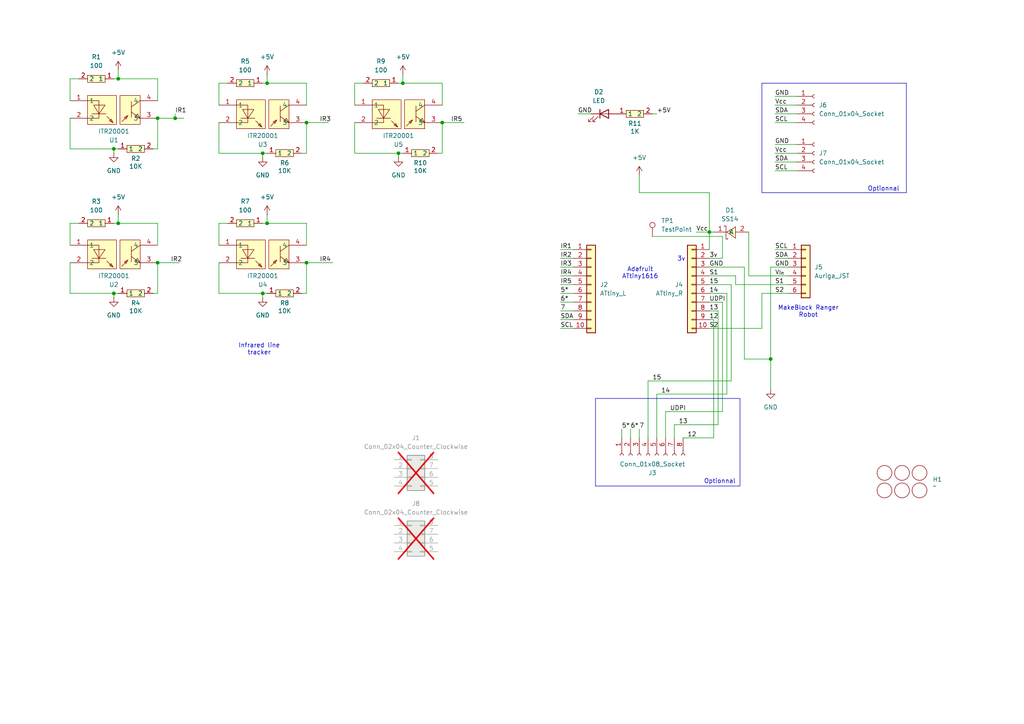
<source format=kicad_sch>
(kicad_sch (version 20231120) (generator "eeschema") (generator_version "8.0")
  (paper "A4")
  (lib_symbols
    (symbol "Conn_01x10_1" (pin_names (offset 1.016) hide)
      (property "Reference" "J2" (at 2.54 0.0001 0))
      (property "Value" "Conn_01x10" (at 2.54 -2.5399 0))
      (symbol "Conn_01x10_1_1_1"
        (rectangle (start -1.27 -12.573) (end 0 -12.827) (stroke (width 0.1524)))
        (rectangle (start -1.27 -10.033) (end 0 -10.287) (stroke (width 0.1524)))
        (rectangle (start -1.27 -7.493) (end 0 -7.747) (stroke (width 0.1524)))
        (rectangle (start -1.27 -4.953) (end 0 -5.207) (stroke (width 0.1524)))
        (rectangle (start -1.27 -2.413) (end 0 -2.667) (stroke (width 0.1524)))
        (rectangle (start -1.27 0.127) (end 0 -0.127) (stroke (width 0.1524)))
        (rectangle (start -1.27 2.667) (end 0 2.413) (stroke (width 0.1524)))
        (rectangle (start -1.27 5.207) (end 0 4.953) (stroke (width 0.1524)))
        (rectangle (start -1.27 7.747) (end 0 7.493) (stroke (width 0.1524)))
        (rectangle (start -1.27 10.287) (end 0 10.033) (stroke (width 0.1524)))
        (rectangle (start -1.27 11.43) (end 1.27 -13.97) (stroke (width 0.254)) (fill (type background)))
        (pin passive line (at -5.08 10.16 0) (length 3.81) (name "Pin_0") (number "1"))
        (pin passive line (at -5.08 -12.7 0) (length 3.81) (name "SCL") (number "10"))
        (pin passive line (at -5.08 7.62 0) (length 3.81) (name "Pin_1") (number "2"))
        (pin passive line (at -5.08 5.08 0) (length 3.81) (name "Pin_2") (number "3"))
        (pin passive line (at -5.08 2.54 0) (length 3.81) (name "Pin_3") (number "4"))
        (pin passive line (at -5.08 0 0) (length 3.81) (name "Pin_4") (number "5"))
        (pin passive line (at -5.08 -2.54 0) (length 3.81) (name "Pin_5") (number "6"))
        (pin passive line (at -5.08 -5.08 0) (length 3.81) (name "RXD") (number "7"))
        (pin passive line (at -5.08 -7.62 0) (length 3.81) (name "TXD") (number "8"))
        (pin passive line (at -5.08 -10.16 0) (length 3.81) (name "SDA") (number "9"))
      )
    )
    (symbol "Connector:Conn_01x04_Socket" (pin_names (offset 1.016) hide)
      (property "Reference" "J" (at 0 5.08 0))
      (property "Value" "Conn_01x04_Socket" (at 0 -7.62 0))
      (symbol "Conn_01x04_Socket_1_1"
        (arc (start 0 -4.572) (mid -0.5058 -5.08) (end 0 -5.588) (stroke (width 0.1524)))
        (arc (start 0 -2.032) (mid -0.5058 -2.54) (end 0 -3.048) (stroke (width 0.1524)))
        (polyline (pts (xy -1.27 -5.08) (xy -0.508 -5.08)) (stroke (width 0.1524)))
        (polyline (pts (xy -1.27 -2.54) (xy -0.508 -2.54)) (stroke (width 0.1524)))
        (polyline (pts (xy -1.27 0) (xy -0.508 0)) (stroke (width 0.1524)))
        (polyline (pts (xy -1.27 2.54) (xy -0.508 2.54)) (stroke (width 0.1524)))
        (arc (start 0 0.508) (mid -0.5058 0) (end 0 -0.508) (stroke (width 0.1524)))
        (arc (start 0 3.048) (mid -0.5058 2.54) (end 0 2.032) (stroke (width 0.1524)))
        (pin passive line (at -5.08 2.54 0) (length 3.81) (name "Pin_1") (number "1"))
        (pin passive line (at -5.08 0 0) (length 3.81) (name "Pin_2") (number "2"))
        (pin passive line (at -5.08 -2.54 0) (length 3.81) (name "Pin_3") (number "3"))
        (pin passive line (at -5.08 -5.08 0) (length 3.81) (name "Pin_4") (number "4"))
      )
    )
    (symbol "Connector:Conn_01x08_Socket" (pin_names (offset 1.016) hide)
      (property "Reference" "J" (at 0 10.16 0))
      (property "Value" "Conn_01x08_Socket" (at 0 -12.7 0))
      (symbol "Conn_01x08_Socket_1_1"
        (arc (start 0 -9.652) (mid -0.5058 -10.16) (end 0 -10.668) (stroke (width 0.1524)))
        (arc (start 0 -7.112) (mid -0.5058 -7.62) (end 0 -8.128) (stroke (width 0.1524)))
        (arc (start 0 -4.572) (mid -0.5058 -5.08) (end 0 -5.588) (stroke (width 0.1524)))
        (arc (start 0 -2.032) (mid -0.5058 -2.54) (end 0 -3.048) (stroke (width 0.1524)))
        (polyline (pts (xy -1.27 -10.16) (xy -0.508 -10.16)) (stroke (width 0.1524)))
        (polyline (pts (xy -1.27 -7.62) (xy -0.508 -7.62)) (stroke (width 0.1524)))
        (polyline (pts (xy -1.27 -5.08) (xy -0.508 -5.08)) (stroke (width 0.1524)))
        (polyline (pts (xy -1.27 -2.54) (xy -0.508 -2.54)) (stroke (width 0.1524)))
        (polyline (pts (xy -1.27 0) (xy -0.508 0)) (stroke (width 0.1524)))
        (polyline (pts (xy -1.27 2.54) (xy -0.508 2.54)) (stroke (width 0.1524)))
        (polyline (pts (xy -1.27 5.08) (xy -0.508 5.08)) (stroke (width 0.1524)))
        (polyline (pts (xy -1.27 7.62) (xy -0.508 7.62)) (stroke (width 0.1524)))
        (arc (start 0 0.508) (mid -0.5058 0) (end 0 -0.508) (stroke (width 0.1524)))
        (arc (start 0 3.048) (mid -0.5058 2.54) (end 0 2.032) (stroke (width 0.1524)))
        (arc (start 0 5.588) (mid -0.5058 5.08) (end 0 4.572) (stroke (width 0.1524)))
        (arc (start 0 8.128) (mid -0.5058 7.62) (end 0 7.112) (stroke (width 0.1524)))
        (pin passive line (at -5.08 7.62 0) (length 3.81) (name "Pin_1") (number "1"))
        (pin passive line (at -5.08 5.08 0) (length 3.81) (name "Pin_2") (number "2"))
        (pin passive line (at -5.08 2.54 0) (length 3.81) (name "Pin_3") (number "3"))
        (pin passive line (at -5.08 0 0) (length 3.81) (name "Pin_4") (number "4"))
        (pin passive line (at -5.08 -2.54 0) (length 3.81) (name "Pin_5") (number "5"))
        (pin passive line (at -5.08 -5.08 0) (length 3.81) (name "Pin_6") (number "6"))
        (pin passive line (at -5.08 -7.62 0) (length 3.81) (name "Pin_7") (number "7"))
        (pin passive line (at -5.08 -10.16 0) (length 3.81) (name "Pin_8") (number "8"))
      )
    )
    (symbol "Connector:TestPoint" (pin_numbers hide) (pin_names (offset 0.762) hide)
      (property "Reference" "TP" (at 0 6.858 0))
      (property "Value" "TestPoint" (at 0 5.08 0))
      (symbol "TestPoint_0_1"
        (circle (center 0 3.302) (radius 0.762))
      )
      (symbol "TestPoint_1_1"
        (pin passive line (at 0 0 90) (length 2.54) (name "1") (number "1"))
      )
    )
    (symbol "Connector_Generic:Conn_01x06" (pin_names (offset 1.016) hide)
      (property "Reference" "J1" (at 2.54 0.0001 0))
      (property "Value" "Auriga_JST" (at 2.54 -2.5399 0))
      (symbol "Conn_01x06_1_1"
        (rectangle (start -1.27 -7.493) (end 0 -7.747) (stroke (width 0.1524)))
        (rectangle (start -1.27 -4.953) (end 0 -5.207) (stroke (width 0.1524)))
        (rectangle (start -1.27 -2.413) (end 0 -2.667) (stroke (width 0.1524)))
        (rectangle (start -1.27 0.127) (end 0 -0.127) (stroke (width 0.1524)))
        (rectangle (start -1.27 2.667) (end 0 2.413) (stroke (width 0.1524)))
        (rectangle (start -1.27 5.207) (end 0 4.953) (stroke (width 0.1524)))
        (rectangle (start -1.27 6.35) (end 1.27 -8.89) (stroke (width 0.254)) (fill (type background)))
        (pin passive line (at -5.08 5.08 0) (length 3.81) (name "SCL") (number "1"))
        (pin passive line (at -5.08 2.54 0) (length 3.81) (name "SDA") (number "2"))
        (pin passive line (at -5.08 0 0) (length 3.81) (name "PWR_A") (number "3"))
        (pin passive line (at -5.08 -2.54 0) (length 3.81) (name "PWR_B") (number "4"))
        (pin passive line (at -5.08 -5.08 0) (length 3.81) (name "S1") (number "5"))
        (pin passive line (at -5.08 -7.62 0) (length 3.81) (name "S2") (number "6"))
      )
    )
    (symbol "Connector_Generic:Conn_01x10" (pin_names (offset 1.016) hide)
      (property "Reference" "J3" (at 2.54 0.0001 0))
      (property "Value" "Conn_01x10" (at 2.54 -2.5399 0))
      (symbol "Conn_01x10_1_1"
        (rectangle (start -1.27 -12.573) (end 0 -12.827) (stroke (width 0.1524)))
        (rectangle (start -1.27 -10.033) (end 0 -10.287) (stroke (width 0.1524)))
        (rectangle (start -1.27 -7.493) (end 0 -7.747) (stroke (width 0.1524)))
        (rectangle (start -1.27 -4.953) (end 0 -5.207) (stroke (width 0.1524)))
        (rectangle (start -1.27 -2.413) (end 0 -2.667) (stroke (width 0.1524)))
        (rectangle (start -1.27 0.127) (end 0 -0.127) (stroke (width 0.1524)))
        (rectangle (start -1.27 2.667) (end 0 2.413) (stroke (width 0.1524)))
        (rectangle (start -1.27 5.207) (end 0 4.953) (stroke (width 0.1524)))
        (rectangle (start -1.27 7.747) (end 0 7.493) (stroke (width 0.1524)))
        (rectangle (start -1.27 10.287) (end 0 10.033) (stroke (width 0.1524)))
        (rectangle (start -1.27 11.43) (end 1.27 -13.97) (stroke (width 0.254)) (fill (type background)))
        (pin passive line (at -5.08 10.16 0) (length 3.81) (name "Vin") (number "1"))
        (pin passive line (at -5.08 -12.7 0) (length 3.81) (name "Pin_11") (number "10"))
        (pin passive line (at -5.08 7.62 0) (length 3.81) (name "3v") (number "2"))
        (pin passive line (at -5.08 5.08 0) (length 3.81) (name "GND") (number "3"))
        (pin passive line (at -5.08 2.54 0) (length 3.81) (name "Pin_16") (number "4"))
        (pin passive line (at -5.08 0 0) (length 3.81) (name "Pin_15") (number "5"))
        (pin passive line (at -5.08 -2.54 0) (length 3.81) (name "Pin_14") (number "6"))
        (pin passive line (at -5.08 -5.08 0) (length 3.81) (name "UPDI") (number "7"))
        (pin passive line (at -5.08 -7.62 0) (length 3.81) (name "Pin_13") (number "8"))
        (pin passive line (at -5.08 -10.16 0) (length 3.81) (name "Pin_12") (number "9"))
      )
    )
    (symbol "Connector_Generic:Conn_02x04_Counter_Clockwise" (pin_names (offset 1.016) hide)
      (property "Reference" "J" (at 1.27 5.08 0))
      (property "Value" "Conn_02x04_Counter_Clockwise" (at 1.27 -7.62 0))
      (symbol "Conn_02x04_Counter_Clockwise_1_1"
        (rectangle (start -1.27 -4.953) (end 0 -5.207) (stroke (width 0.1524)))
        (rectangle (start -1.27 -2.413) (end 0 -2.667) (stroke (width 0.1524)))
        (rectangle (start -1.27 0.127) (end 0 -0.127) (stroke (width 0.1524)))
        (rectangle (start -1.27 2.667) (end 0 2.413) (stroke (width 0.1524)))
        (rectangle (start -1.27 3.81) (end 3.81 -6.35) (stroke (width 0.254)) (fill (type background)))
        (rectangle (start 3.81 -4.953) (end 2.54 -5.207) (stroke (width 0.1524)))
        (rectangle (start 3.81 -2.413) (end 2.54 -2.667) (stroke (width 0.1524)))
        (rectangle (start 3.81 0.127) (end 2.54 -0.127) (stroke (width 0.1524)))
        (rectangle (start 3.81 2.667) (end 2.54 2.413) (stroke (width 0.1524)))
        (pin passive line (at -5.08 2.54 0) (length 3.81) (name "Pin_1") (number "1"))
        (pin passive line (at -5.08 0 0) (length 3.81) (name "Pin_2") (number "2"))
        (pin passive line (at -5.08 -2.54 0) (length 3.81) (name "Pin_3") (number "3"))
        (pin passive line (at -5.08 -5.08 0) (length 3.81) (name "Pin_4") (number "4"))
        (pin passive line (at 7.62 -5.08 180) (length 3.81) (name "Pin_5") (number "5"))
        (pin passive line (at 7.62 -2.54 180) (length 3.81) (name "Pin_6") (number "6"))
        (pin passive line (at 7.62 0 180) (length 3.81) (name "Pin_7") (number "7"))
        (pin passive line (at 7.62 2.54 180) (length 3.81) (name "Pin_8") (number "8"))
      )
    )
    (symbol "Device:LED" (pin_numbers hide) (pin_names (offset 1.016) hide)
      (property "Reference" "D" (at 0 2.54 0))
      (property "Value" "LED" (at 0 -2.54 0))
      (symbol "LED_0_1"
        (polyline (pts (xy -1.27 -1.27) (xy -1.27 1.27)) (stroke (width 0.254)))
        (polyline (pts (xy -1.27 0) (xy 1.27 0)))
        (polyline (pts (xy 1.27 -1.27) (xy 1.27 1.27) (xy -1.27 0) (xy 1.27 -1.27)) (stroke (width 0.254)))
        (polyline (pts (xy -3.048 -0.762) (xy -4.572 -2.286) (xy -3.81 -2.286) (xy -4.572 -2.286) (xy -4.572 -1.524)))
        (polyline (pts (xy -1.778 -0.762) (xy -3.302 -2.286) (xy -2.54 -2.286) (xy -3.302 -2.286) (xy -3.302 -1.524)))
      )
      (symbol "LED_1_1"
        (pin passive line (at -3.81 0 0) (length 2.54) (name "K") (number "1"))
        (pin passive line (at 3.81 0 180) (length 2.54) (name "A") (number "2"))
      )
    )
    (symbol "NickLib:MakeBlock_MountingHole_3x2" (in_bom no)
      (property "Reference" "H" (at 0 0 0))
      (symbol "MakeBlock_MountingHole_3x2_0_1"
        (circle (center -5.08 -5.08) (radius 2.15))
        (circle (center -5.08 0) (radius 2.15))
        (circle (center 0 -5.08) (radius 2.15))
        (circle (center 0 0) (radius 2.15))
        (circle (center 5.08 -5.08) (radius 2.15))
        (circle (center 5.08 0) (radius 2.15))
      )
    )
    (symbol "easyeda2kicad:0603WAF1002T5E"
      (property "Reference" "R" (at 0 5.08 0))
      (property "Value" "0603WAF1002T5E" (at 0 -5.08 0))
      (symbol "0603WAF1002T5E_0_1"
        (rectangle (start -2.54 1.02) (end 2.54 -1.02) (fill (type background)))
        (pin input line (at -5.08 0 0) (length 2.54) (name "1") (number "1"))
        (pin input line (at 5.08 0 180) (length 2.54) (name "2") (number "2"))
      )
    )
    (symbol "easyeda2kicad:DY-ITR20001_C459138"
      (property "Reference" "U" (at 0 7.62 0))
      (property "Value" "DY-ITR20001_C459138" (at 0 -7.62 0))
      (symbol "DY-ITR20001_C459138_0_1"
        (rectangle (start -7.62 4.32) (end 0.76 -4.06) (fill (type background)))
        (polyline (pts (xy -2.29 1.27) (xy -6.35 1.27)))
        (polyline (pts (xy -2.03 2.03) (xy -0.25 3.81)))
        (polyline (pts (xy 2.29 3.56) (xy 4.06 1.78)))
        (polyline (pts (xy 5.08 0.76) (xy 7.62 2.54)))
        (polyline (pts (xy 5.08 2.29) (xy 5.08 -2.29)))
        (polyline (pts (xy 7.62 -2.54) (xy 5.08 -0.76)))
        (polyline (pts (xy -7.62 -2.54) (xy -4.32 -2.54) (xy -4.32 2.54) (xy -7.62 2.54)))
        (polyline (pts (xy -5.84 -1.27) (xy -4.32 1.27) (xy -2.54 -1.27) (xy -5.84 -1.27)) (fill (type background)))
        (polyline (pts (xy -0.25 3.81) (xy -1.27 3.3) (xy -0.76 2.79) (xy -0.25 3.81)) (fill (type background)))
        (polyline (pts (xy 4.06 1.78) (xy 3.56 2.79) (xy 3.05 2.29) (xy 4.06 1.78)) (fill (type background)))
        (polyline (pts (xy 7.62 2.54) (xy 6.86 1.27) (xy 6.1 2.29) (xy 7.62 2.54)) (fill (type background)))
        (rectangle (start 1.78 4.32) (end 7.62 -4.06) (fill (type background)))
        (pin unspecified line (at -12.7 -2.54 0) (length 5.08) (name "1") (number "1"))
        (pin unspecified line (at -12.7 2.54 0) (length 5.08) (name "2") (number "2"))
        (pin unspecified line (at 12.7 2.54 180) (length 5.08) (name "3") (number "3"))
        (pin unspecified line (at 12.7 -2.54 180) (length 5.08) (name "4") (number "4"))
      )
    )
    (symbol "easyeda2kicad:RC0603FR-07100RL"
      (property "Reference" "R" (at 0 5.08 0))
      (property "Value" "RC0603FR-07100RL" (at 0 -5.08 0))
      (symbol "RC0603FR-07100RL_0_1"
        (rectangle (start -2.54 1.02) (end 2.54 -1.02) (fill (type background)))
        (pin input line (at -5.08 0 0) (length 2.54) (name "1") (number "1"))
        (pin input line (at 5.08 0 180) (length 2.54) (name "2") (number "2"))
      )
    )
    (symbol "easyeda2kicad:SS14"
      (property "Reference" "D" (at 0 5.08 0))
      (property "Value" "SS14" (at 0 -5.08 0))
      (symbol "SS14_0_1"
        (polyline (pts (xy 1.27 1.52) (xy -1.27 0) (xy 1.27 -1.78) (xy 1.27 1.52)) (fill (type background)))
        (polyline (pts (xy -2.03 1.52) (xy -2.03 1.78) (xy -1.52 1.78) (xy -1.52 -2.03) (xy -1.02 -2.03) (xy -1.02 -1.78)))
        (pin unspecified line (at -5.08 0 0) (length 3.81) (name "K") (number "1"))
        (pin unspecified line (at 5.08 0 180) (length 3.81) (name "A") (number "2"))
      )
    )
    (symbol "power:+5V" (power) (pin_numbers hide) (pin_names (offset 0) hide)
      (property "Value" "+5V" (at 0 3.556 0))
      (symbol "+5V_0_1"
        (polyline (pts (xy -0.762 1.27) (xy 0 2.54)))
        (polyline (pts (xy 0 0) (xy 0 2.54)))
        (polyline (pts (xy 0 2.54) (xy 0.762 1.27)))
      )
      (symbol "+5V_1_1"
        (pin power_in line (at 0 0 90) (length 0) (name "~") (number "1"))
      )
    )
    (symbol "power:GND" (power) (pin_numbers hide) (pin_names (offset 0) hide)
      (property "Value" "GND" (at 0 -3.81 0))
      (symbol "GND_0_1"
        (polyline (pts (xy 0 0) (xy 0 -1.27) (xy 1.27 -1.27) (xy 0 -2.54) (xy -1.27 -1.27) (xy 0 -1.27)))
      )
      (symbol "GND_1_1"
        (pin power_in line (at 0 0 270) (length 0) (name "~") (number "1"))
      )
    )
  )
  (junction (at 223.52 104.14))
  (junction (at 76.2 44.45))
  (junction (at 205.74 67.31))
  (junction (at 33.02 43.18))
  (junction (at 45.72 34.29))
  (junction (at 116.84 24.13))
  (junction (at 115.57 44.45))
  (junction (at 34.29 64.77))
  (junction (at 77.47 24.13))
  (junction (at 76.2 85.09))
  (junction (at 45.72 76.2))
  (junction (at 34.29 22.86))
  (junction (at 50.8 34.29))
  (junction (at 128.27 35.56))
  (junction (at 88.9 76.2))
  (junction (at 33.02 85.09))
  (junction (at 77.47 64.77))
  (junction (at 88.9 35.56))
  (wire (pts (xy 167.64 33.02) (xy 171.45 33.02)))
  (wire (pts (xy 45.72 76.2) (xy 45.72 85.09)))
  (wire (pts (xy 198.12 127) (xy 207.01 127)))
  (wire (pts (xy 213.36 82.55) (xy 213.36 80.01)))
  (wire (pts (xy 209.55 119.38) (xy 193.04 119.38)))
  (wire (pts (xy 88.9 35.56) (xy 88.9 44.45)))
  (wire (pts (xy 20.32 22.86) (xy 22.86 22.86)))
  (wire (pts (xy 224.79 30.48) (xy 231.14 30.48)))
  (wire (pts (xy 45.72 43.18) (xy 44.45 43.18)))
  (wire (pts (xy 63.5 24.13) (xy 66.04 24.13)))
  (wire (pts (xy 20.32 64.77) (xy 20.32 71.12)))
  (wire (pts (xy 77.47 24.13) (xy 77.47 21.59)))
  (wire (pts (xy 52.07 76.2) (xy 45.72 76.2)))
  (wire (pts (xy 76.2 44.45) (xy 63.5 44.45)))
  (wire (pts (xy 212.09 110.49) (xy 187.96 110.49)))
  (wire (pts (xy 128.27 24.13) (xy 116.84 24.13)))
  (wire (pts (xy 162.56 92.71) (xy 166.37 92.71)))
  (wire (pts (xy 102.87 35.56) (xy 102.87 44.45)))
  (wire (pts (xy 215.9 77.47) (xy 215.9 104.14)))
  (wire (pts (xy 224.79 74.93) (xy 228.6 74.93)))
  (wire (pts (xy 210.82 114.3) (xy 190.5 114.3)))
  (wire (pts (xy 205.74 87.63) (xy 209.55 87.63)))
  (wire (pts (xy 205.74 55.88) (xy 185.42 55.88)))
  (wire (pts (xy 77.47 44.45) (xy 76.2 44.45)))
  (wire (pts (xy 45.72 34.29) (xy 50.8 34.29)))
  (wire (pts (xy 162.56 90.17) (xy 166.37 90.17)))
  (wire (pts (xy 76.2 64.77) (xy 77.47 64.77)))
  (wire (pts (xy 115.57 44.45) (xy 102.87 44.45)))
  (wire (pts (xy 190.5 114.3) (xy 190.5 127)))
  (wire (pts (xy 162.56 87.63) (xy 166.37 87.63)))
  (wire (pts (xy 128.27 35.56) (xy 134.62 35.56)))
  (wire (pts (xy 205.74 82.55) (xy 212.09 82.55)))
  (wire (pts (xy 162.56 74.93) (xy 166.37 74.93)))
  (wire (pts (xy 34.29 85.09) (xy 33.02 85.09)))
  (wire (pts (xy 208.28 90.17) (xy 208.28 123.19)))
  (wire (pts (xy 45.72 34.29) (xy 45.72 43.18)))
  (wire (pts (xy 88.9 76.2) (xy 96.52 76.2)))
  (wire (pts (xy 223.52 77.47) (xy 223.52 104.14)))
  (wire (pts (xy 128.27 44.45) (xy 127 44.45)))
  (wire (pts (xy 195.58 123.19) (xy 195.58 127)))
  (wire (pts (xy 50.8 34.29) (xy 53.34 34.29)))
  (wire (pts (xy 50.8 33.02) (xy 50.8 34.29)))
  (wire (pts (xy 128.27 30.48) (xy 128.27 24.13)))
  (wire (pts (xy 228.6 82.55) (xy 213.36 82.55)))
  (wire (pts (xy 213.36 80.01) (xy 205.74 80.01)))
  (wire (pts (xy 220.98 85.09) (xy 220.98 95.25)))
  (wire (pts (xy 190.5 33.02) (xy 189.23 33.02)))
  (wire (pts (xy 88.9 35.56) (xy 95.25 35.56)))
  (wire (pts (xy 224.79 44.45) (xy 231.14 44.45)))
  (wire (pts (xy 185.42 124.46) (xy 185.42 127)))
  (wire (pts (xy 224.79 27.94) (xy 231.14 27.94)))
  (wire (pts (xy 162.56 77.47) (xy 166.37 77.47)))
  (wire (pts (xy 45.72 71.12) (xy 45.72 64.77)))
  (wire (pts (xy 224.79 35.56) (xy 231.14 35.56)))
  (wire (pts (xy 162.56 85.09) (xy 166.37 85.09)))
  (wire (pts (xy 215.9 104.14) (xy 223.52 104.14)))
  (wire (pts (xy 88.9 24.13) (xy 77.47 24.13)))
  (wire (pts (xy 45.72 64.77) (xy 34.29 64.77)))
  (wire (pts (xy 205.74 90.17) (xy 208.28 90.17)))
  (wire (pts (xy 20.32 76.2) (xy 20.32 85.09)))
  (wire (pts (xy 88.9 85.09) (xy 87.63 85.09)))
  (wire (pts (xy 116.84 24.13) (xy 116.84 21.59)))
  (wire (pts (xy 220.98 95.25) (xy 205.74 95.25)))
  (wire (pts (xy 63.5 64.77) (xy 63.5 71.12)))
  (wire (pts (xy 162.56 80.01) (xy 166.37 80.01)))
  (wire (pts (xy 207.01 92.71) (xy 207.01 127)))
  (wire (pts (xy 205.74 67.31) (xy 205.74 55.88)))
  (wire (pts (xy 63.5 35.56) (xy 63.5 44.45)))
  (wire (pts (xy 34.29 64.77) (xy 34.29 62.23)))
  (wire (pts (xy 224.79 41.91) (xy 231.14 41.91)))
  (wire (pts (xy 33.02 22.86) (xy 34.29 22.86)))
  (wire (pts (xy 76.2 24.13) (xy 77.47 24.13)))
  (wire (pts (xy 224.79 72.39) (xy 228.6 72.39)))
  (wire (pts (xy 224.79 49.53) (xy 231.14 49.53)))
  (wire (pts (xy 224.79 33.02) (xy 231.14 33.02)))
  (wire (pts (xy 115.57 24.13) (xy 116.84 24.13)))
  (wire (pts (xy 187.96 110.49) (xy 187.96 127)))
  (wire (pts (xy 76.2 44.45) (xy 76.2 45.72)))
  (wire (pts (xy 128.27 35.56) (xy 128.27 44.45)))
  (wire (pts (xy 45.72 85.09) (xy 44.45 85.09)))
  (wire (pts (xy 33.02 43.18) (xy 20.32 43.18)))
  (wire (pts (xy 88.9 76.2) (xy 88.9 85.09)))
  (wire (pts (xy 115.57 44.45) (xy 115.57 45.72)))
  (wire (pts (xy 20.32 34.29) (xy 20.32 43.18)))
  (wire (pts (xy 217.17 80.01) (xy 228.6 80.01)))
  (wire (pts (xy 88.9 44.45) (xy 87.63 44.45)))
  (wire (pts (xy 34.29 43.18) (xy 33.02 43.18)))
  (wire (pts (xy 205.74 72.39) (xy 205.74 67.31)))
  (wire (pts (xy 193.04 119.38) (xy 193.04 127)))
  (wire (pts (xy 180.34 124.46) (xy 180.34 127)))
  (wire (pts (xy 228.6 77.47) (xy 223.52 77.47)))
  (wire (pts (xy 20.32 64.77) (xy 22.86 64.77)))
  (wire (pts (xy 201.93 67.31) (xy 205.74 67.31)))
  (wire (pts (xy 205.74 92.71) (xy 207.01 92.71)))
  (wire (pts (xy 182.88 124.46) (xy 182.88 127)))
  (wire (pts (xy 88.9 71.12) (xy 88.9 64.77)))
  (wire (pts (xy 45.72 22.86) (xy 34.29 22.86)))
  (wire (pts (xy 33.02 43.18) (xy 33.02 44.45)))
  (wire (pts (xy 162.56 82.55) (xy 166.37 82.55)))
  (wire (pts (xy 217.17 67.31) (xy 217.17 80.01)))
  (wire (pts (xy 116.84 44.45) (xy 115.57 44.45)))
  (wire (pts (xy 223.52 104.14) (xy 223.52 113.03)))
  (wire (pts (xy 102.87 24.13) (xy 102.87 30.48)))
  (wire (pts (xy 205.74 85.09) (xy 210.82 85.09)))
  (wire (pts (xy 162.56 72.39) (xy 166.37 72.39)))
  (wire (pts (xy 88.9 30.48) (xy 88.9 24.13)))
  (wire (pts (xy 77.47 64.77) (xy 77.47 62.23)))
  (wire (pts (xy 210.82 85.09) (xy 210.82 114.3)))
  (wire (pts (xy 77.47 85.09) (xy 76.2 85.09)))
  (wire (pts (xy 33.02 85.09) (xy 33.02 86.36)))
  (wire (pts (xy 162.56 95.25) (xy 166.37 95.25)))
  (wire (pts (xy 20.32 22.86) (xy 20.32 29.21)))
  (wire (pts (xy 45.72 29.21) (xy 45.72 22.86)))
  (wire (pts (xy 33.02 85.09) (xy 20.32 85.09)))
  (wire (pts (xy 102.87 24.13) (xy 105.41 24.13)))
  (wire (pts (xy 224.79 46.99) (xy 231.14 46.99)))
  (wire (pts (xy 185.42 50.8) (xy 185.42 55.88)))
  (wire (pts (xy 76.2 85.09) (xy 76.2 86.36)))
  (wire (pts (xy 63.5 64.77) (xy 66.04 64.77)))
  (wire (pts (xy 209.55 87.63) (xy 209.55 119.38)))
  (wire (pts (xy 228.6 85.09) (xy 220.98 85.09)))
  (wire (pts (xy 205.74 67.31) (xy 207.01 67.31)))
  (wire (pts (xy 205.74 74.93) (xy 209.55 74.93)))
  (wire (pts (xy 76.2 85.09) (xy 63.5 85.09)))
  (wire (pts (xy 34.29 22.86) (xy 34.29 20.32)))
  (wire (pts (xy 209.55 68.58) (xy 189.23 68.58)))
  (wire (pts (xy 209.55 74.93) (xy 209.55 68.58)))
  (wire (pts (xy 63.5 24.13) (xy 63.5 30.48)))
  (wire (pts (xy 205.74 77.47) (xy 215.9 77.47)))
  (wire (pts (xy 212.09 82.55) (xy 212.09 110.49)))
  (wire (pts (xy 88.9 64.77) (xy 77.47 64.77)))
  (wire (pts (xy 33.02 64.77) (xy 34.29 64.77)))
  (wire (pts (xy 208.28 123.19) (xy 195.58 123.19)))
  (wire (pts (xy 63.5 76.2) (xy 63.5 85.09)))
  (rectangle (start 172.72 115.57) (end 214.63 140.97))
  (rectangle (start 220.98 24.13) (end 262.89 55.88))
  (text "Infrared line\ntracker" (at 75.184 101.346 0) (effects (font (size 1.27 1.27))))
  (text "Optionnal" (at 208.788 139.7 0) (effects (font (size 1.27 1.27))))
  (text "MakeBlock Ranger\nRobot" (at 234.442 90.424 0) (effects (font (size 1.27 1.27))))
  (text "Optionnal" (at 256.286 54.864 0) (effects (font (size 1.27 1.27))))
  (text "Adafruit\nATtiny1616" (at 185.674 79.248 0) (effects (font (size 1.27 1.27))))
  (text "3v" (at 197.612 75.184 0) (effects (font (size 1.27 1.27))))
  (label "6*" (at 162.56 87.63 0))
  (label "Vcc" (at 201.93 67.31 0))
  (label "SCL" (at 162.56 95.25 0))
  (label "7" (at 185.42 124.46 0))
  (label "SDA" (at 224.79 74.93 0))
  (label "GND" (at 224.79 41.91 0))
  (label "14" (at 191.77 114.3 0))
  (label "15" (at 205.74 82.55 0))
  (label "S2" (at 205.74 95.25 0))
  (label "S1" (at 205.74 80.01 0))
  (label "14" (at 205.74 85.09 0))
  (label "+5V" (at 190.5 33.02 0))
  (label "SCL" (at 224.79 35.56 0))
  (label "GND" (at 224.79 27.94 0))
  (label "S1" (at 224.79 82.55 0))
  (label "Vcc" (at 224.79 30.48 0))
  (label "S2" (at 224.79 85.09 0))
  (label "SDA" (at 162.56 92.71 0))
  (label "SCL" (at 224.79 49.53 0))
  (label "IR1" (at 50.8 33.02 0))
  (label "15" (at 189.23 110.49 0))
  (label "12" (at 199.39 127 0))
  (label "IR1" (at 162.56 72.39 0))
  (label "12" (at 205.74 92.71 0))
  (label "GND" (at 205.74 77.47 0))
  (label "6*" (at 182.88 124.46 0))
  (label "GND" (at 167.64 33.02 0))
  (label "7" (at 162.56 90.17 0))
  (label "SDA" (at 224.79 46.99 0))
  (label "SDA" (at 224.79 33.02 0))
  (label "IR4" (at 162.56 80.01 0))
  (label "V_{in}" (at 224.79 80.01 0))
  (label "IR2" (at 49.53 76.2 0))
  (label "13" (at 196.85 123.19 0))
  (label "IR4" (at 92.71 76.2 0))
  (label "IR2" (at 162.56 74.93 0))
  (label "3v" (at 205.74 74.93 0))
  (label "IR3" (at 162.56 77.47 0))
  (label "GND" (at 224.79 77.47 0))
  (label "SCL" (at 224.79 72.39 0))
  (label "IR3" (at 92.71 35.56 0))
  (label "5*" (at 180.34 124.46 0))
  (label "Vcc" (at 224.79 44.45 0))
  (label "IR5" (at 130.81 35.56 0))
  (label "IR5" (at 162.56 82.55 0))
  (label "13" (at 205.74 90.17 0))
  (label "UDPI" (at 194.31 119.38 0))
  (label "UDPI" (at 205.74 87.63 0))
  (label "5*" (at 162.56 85.09 0))
  (symbol (lib_id "easyeda2kicad:0603WAF1002T5E") (at 184.15 33.02 0) (unit 1)
    (property "Reference" "R11" (at 184.15 35.814 0))
    (property "Value" "1K" (at 184.15 38.1 0))
    (property "Footprint" "easyeda2kicad:R0603" (effects (hide yes)))
    (property "Datasheet" "https://lcsc.com/product-detail/Chip-Resistor-Surface-Mount-UniOhm_10KR-1002-1_C25804.html" (effects (hide yes)))
    (property "LCSC Part" "C21190" (effects (hide yes)))
  )
  (symbol (lib_id "power:+5V") (at 77.47 21.59 0) (unit 1)
    (property "Reference" "#PWR08" (effects (hide yes)))
    (property "Value" "+5V" (at 77.47 16.51 0))
    (property "Description" "Power symbol creates a global label with name \"+5V\"" (effects (hide yes)))
  )
  (symbol (lib_id "Connector_Generic:Conn_01x06") (at 233.68 77.47 0) (unit 1)
    (property "Reference" "J5" (at 236.22 77.4699 0) (effects (justify left)))
    (property "Value" "Auriga_JST" (at 236.22 80.0099 0) (effects (justify left)))
    (property "Footprint" "Connector_JST:JST_XH_S6B-XH-A-1_1x06_P2.50mm_Horizontal" (effects (hide yes)))
    (property "Description" "Generic connector, single row, 01x06, script generated (kicad-library-utils/schlib/autogen/connector/)" (effects (hide yes)))
    (property "LCSC" "C157919" (effects (hide yes)))
  )
  (symbol (lib_id "easyeda2kicad:DY-ITR20001_C459138") (at 33.02 73.66 0) (mirror x) (unit 1)
    (property "Reference" "U2" (at 33.02 82.55 0))
    (property "Value" "ITR20001" (at 33.02 80.01 0))
    (property "Footprint" "easyeda2kicad:OPTO-TH_DY-ITR20001" (effects (hide yes)))
    (property "Datasheet" "https://lcsc.com/product-detail/Photo-Interrupter_TONYU-DY-ITR20001_C459138.html" (effects (hide yes)))
    (property "LCSC Part" "C459138" (effects (hide yes)))
  )
  (symbol (lib_id "power:GND") (at 223.52 113.03 0) (unit 1)
    (property "Reference" "#PWR02" (effects (hide yes)))
    (property "Value" "GND" (at 223.52 118.11 0))
    (property "Description" "Power symbol creates a global label with name \"GND\" , ground" (effects (hide yes)))
  )
  (symbol (lib_id "easyeda2kicad:0603WAF1002T5E") (at 121.92 44.45 0) (unit 1)
    (property "Reference" "R10" (at 121.92 47.244 0))
    (property "Value" "10K" (at 121.92 49.53 0))
    (property "Footprint" "easyeda2kicad:R0603" (effects (hide yes)))
    (property "Datasheet" "https://lcsc.com/product-detail/Chip-Resistor-Surface-Mount-UniOhm_10KR-1002-1_C25804.html" (effects (hide yes)))
    (property "LCSC Part" "C25804" (effects (hide yes)))
  )
  (symbol (lib_id "easyeda2kicad:SS14") (at 212.09 67.31 0) (unit 1)
    (property "Reference" "D1" (at 211.71 60.96 0))
    (property "Value" "SS14" (at 211.71 63.5 0))
    (property "Footprint" "easyeda2kicad:SMA_L4.2-W2.6-LS5.3-RD" (effects (hide yes)))
    (property "Datasheet" "https://lcsc.com/product-detail/Schottky-Barrier-Diodes-SBD_SS14_C2480.html" (effects (hide yes)))
    (property "LCSC Part" "C2480" (effects (hide yes)))
  )
  (symbol (lib_id "power:GND") (at 33.02 86.36 0) (unit 1)
    (property "Reference" "#PWR03" (effects (hide yes)))
    (property "Value" "GND" (at 33.02 91.44 0))
    (property "Description" "Power symbol creates a global label with name \"GND\" , ground" (effects (hide yes)))
  )
  (symbol (lib_id "power:+5V") (at 34.29 20.32 0) (unit 1)
    (property "Reference" "#PWR05" (effects (hide yes)))
    (property "Value" "+5V" (at 34.29 15.24 0))
    (property "Description" "Power symbol creates a global label with name \"+5V\"" (effects (hide yes)))
  )
  (symbol (lib_id "easyeda2kicad:RC0603FR-07100RL") (at 27.94 64.77 180) (unit 1)
    (property "Reference" "R3" (at 27.94 58.42 0))
    (property "Value" "100" (at 27.94 60.96 0))
    (property "Footprint" "easyeda2kicad:R0603" (effects (hide yes)))
    (property "Datasheet" "https://lcsc.com/product-detail/Chip-Resistor-Surface-Mount_100R-1000-1_C105588.html" (effects (hide yes)))
    (property "LCSC Part" "C105588" (effects (hide yes)))
  )
  (symbol (lib_id "power:GND") (at 76.2 86.36 0) (unit 1)
    (property "Reference" "#PWR09" (effects (hide yes)))
    (property "Value" "GND" (at 76.2 91.44 0))
    (property "Description" "Power symbol creates a global label with name \"GND\" , ground" (effects (hide yes)))
  )
  (symbol (lib_id "easyeda2kicad:RC0603FR-07100RL") (at 71.12 24.13 180) (unit 1)
    (property "Reference" "R5" (at 71.12 17.78 0))
    (property "Value" "100" (at 71.12 20.32 0))
    (property "Footprint" "easyeda2kicad:R0603" (effects (hide yes)))
    (property "Datasheet" "https://lcsc.com/product-detail/Chip-Resistor-Surface-Mount_100R-1000-1_C105588.html" (effects (hide yes)))
    (property "LCSC Part" "C105588" (effects (hide yes)))
  )
  (symbol (lib_id "Connector:TestPoint") (at 189.23 68.58 0) (unit 1)
    (property "Reference" "TP1" (at 191.77 64.0079 0) (effects (justify left)))
    (property "Value" "TestPoint" (at 191.77 66.5479 0) (effects (justify left)))
    (property "Footprint" "Connector_PinHeader_1.00mm:PinHeader_1x01_P1.00mm_Vertical" (effects (hide yes)))
    (property "Description" "test point" (effects (hide yes)))
  )
  (symbol (lib_id "easyeda2kicad:RC0603FR-07100RL") (at 71.12 64.77 180) (unit 1)
    (property "Reference" "R7" (at 71.12 58.42 0))
    (property "Value" "100" (at 71.12 60.96 0))
    (property "Footprint" "easyeda2kicad:R0603" (effects (hide yes)))
    (property "Datasheet" "https://lcsc.com/product-detail/Chip-Resistor-Surface-Mount_100R-1000-1_C105588.html" (effects (hide yes)))
    (property "LCSC Part" "C105588" (effects (hide yes)))
  )
  (symbol (lib_id "Connector_Generic:Conn_01x10") (at 200.66 82.55 0) (mirror y) (unit 1)
    (property "Reference" "J4" (at 198.12 82.5499 0) (effects (justify left)))
    (property "Value" "ATtiny_R" (at 198.12 85.0899 0) (effects (justify left)))
    (property "Footprint" "Connector_PinSocket_2.54mm:PinSocket_1x10_P2.54mm_Vertical" (effects (hide yes)))
    (property "Description" "Generic connector, single row, 01x10, script generated (kicad-library-utils/schlib/autogen/connector/)" (effects (hide yes)))
    (property "LCSC" "C2897373" (effects (hide yes)))
  )
  (symbol (lib_id "easyeda2kicad:DY-ITR20001_C459138") (at 115.57 33.02 0) (mirror x) (unit 1)
    (property "Reference" "U5" (at 115.57 41.91 0))
    (property "Value" "ITR20001" (at 115.57 39.37 0))
    (property "Footprint" "easyeda2kicad:OPTO-TH_DY-ITR20001" (effects (hide yes)))
    (property "Datasheet" "https://lcsc.com/product-detail/Photo-Interrupter_TONYU-DY-ITR20001_C459138.html" (effects (hide yes)))
    (property "LCSC Part" "C459138" (effects (hide yes)))
  )
  (symbol (lib_id "Connector:Conn_01x04_Socket") (at 236.22 30.48 0) (unit 1)
    (property "Reference" "J6" (at 237.49 30.4799 0) (effects (justify left)))
    (property "Value" "Conn_01x04_Socket" (at 237.49 33.0199 0) (effects (justify left)))
    (property "Footprint" "Connector_PinSocket_2.54mm:PinSocket_1x04_P2.54mm_GVSCLSDC" (effects (hide yes)))
    (property "Description" "Generic connector, single row, 01x04, script generated" (effects (hide yes)))
    (property "LCSC" "C2718488" (effects (hide yes)))
  )
  (symbol (lib_id "easyeda2kicad:RC0603FR-07100RL") (at 27.94 22.86 180) (unit 1)
    (property "Reference" "R1" (at 27.94 16.51 0))
    (property "Value" "100" (at 27.94 19.05 0))
    (property "Footprint" "easyeda2kicad:R0603" (effects (hide yes)))
    (property "Datasheet" "https://lcsc.com/product-detail/Chip-Resistor-Surface-Mount_100R-1000-1_C105588.html" (effects (hide yes)))
    (property "LCSC Part" "C105588" (effects (hide yes)))
  )
  (symbol (lib_id "power:+5V") (at 185.42 50.8 0) (unit 1)
    (property "Reference" "#PWR01" (effects (hide yes)))
    (property "Value" "+5V" (at 185.42 45.72 0))
    (property "Description" "Power symbol creates a global label with name \"+5V\"" (effects (hide yes)))
  )
  (symbol (lib_id "Connector_Generic:Conn_02x04_Counter_Clockwise") (at 119.38 135.89 0) (unit 1) (in_bom no) (on_board no) (dnp yes)
    (property "Reference" "J1" (at 120.65 127 0))
    (property "Value" "Conn_02x04_Counter_Clockwise" (at 120.65 129.54 0))
    (property "Footprint" "Connector_PinHeader_2.54mm:PinHeader_2x04_P2.54mm_Vertical" (effects (hide yes)))
    (property "Description" "Generic connector, double row, 02x04, counter clockwise pin numbering scheme (similar to DIP package numbering), script generated (kicad-library-utils/schlib/autogen/connector/)" (effects (hide yes)))
  )
  (symbol (lib_id "Device:LED") (at 175.26 33.02 0) (unit 1)
    (property "Reference" "D2" (at 173.6725 26.67 0))
    (property "Value" "LED" (at 173.6725 29.21 0))
    (property "Footprint" "LED_SMD:LED_0603_1608Metric" (effects (hide yes)))
    (property "Description" "Light emitting diode" (effects (hide yes)))
    (property "LCSC" "C2286" (effects (hide yes)))
  )
  (symbol (lib_id "easyeda2kicad:0603WAF1002T5E") (at 39.37 85.09 0) (unit 1)
    (property "Reference" "R4" (at 39.37 87.884 0))
    (property "Value" "10K" (at 39.37 90.17 0))
    (property "Footprint" "easyeda2kicad:R0603" (effects (hide yes)))
    (property "Datasheet" "https://lcsc.com/product-detail/Chip-Resistor-Surface-Mount-UniOhm_10KR-1002-1_C25804.html" (effects (hide yes)))
    (property "LCSC Part" "C25804" (effects (hide yes)))
  )
  (symbol (lib_id "power:+5V") (at 34.29 62.23 0) (unit 1)
    (property "Reference" "#PWR06" (effects (hide yes)))
    (property "Value" "+5V" (at 34.29 57.15 0))
    (property "Description" "Power symbol creates a global label with name \"+5V\"" (effects (hide yes)))
  )
  (symbol (lib_id "easyeda2kicad:RC0603FR-07100RL") (at 110.49 24.13 180) (unit 1)
    (property "Reference" "R9" (at 110.49 17.78 0))
    (property "Value" "100" (at 110.49 20.32 0))
    (property "Footprint" "easyeda2kicad:R0603" (effects (hide yes)))
    (property "Datasheet" "https://lcsc.com/product-detail/Chip-Resistor-Surface-Mount_100R-1000-1_C105588.html" (effects (hide yes)))
    (property "LCSC Part" "C105588" (effects (hide yes)))
  )
  (symbol (lib_id "easyeda2kicad:0603WAF1002T5E") (at 82.55 44.45 0) (unit 1)
    (property "Reference" "R6" (at 82.55 47.244 0))
    (property "Value" "10K" (at 82.55 49.53 0))
    (property "Footprint" "easyeda2kicad:R0603" (effects (hide yes)))
    (property "Datasheet" "https://lcsc.com/product-detail/Chip-Resistor-Surface-Mount-UniOhm_10KR-1002-1_C25804.html" (effects (hide yes)))
    (property "LCSC Part" "C25804" (effects (hide yes)))
  )
  (symbol (lib_id "easyeda2kicad:DY-ITR20001_C459138") (at 76.2 73.66 0) (mirror x) (unit 1)
    (property "Reference" "U4" (at 76.2 82.55 0))
    (property "Value" "ITR20001" (at 76.2 80.01 0))
    (property "Footprint" "easyeda2kicad:OPTO-TH_DY-ITR20001" (effects (hide yes)))
    (property "Datasheet" "https://lcsc.com/product-detail/Photo-Interrupter_TONYU-DY-ITR20001_C459138.html" (effects (hide yes)))
    (property "LCSC Part" "C459138" (effects (hide yes)))
  )
  (symbol (lib_id "Connector:Conn_01x08_Socket") (at 187.96 132.08 90) (mirror x) (unit 1)
    (property "Reference" "J3" (at 189.23 137.16 90))
    (property "Value" "Conn_01x08_Socket" (at 189.23 134.62 90))
    (property "Footprint" "Connector_PinSocket_2.54mm:PinSocket_1x08_P2.54mm_Vertical" (effects (hide yes)))
    (property "Description" "Generic connector, single row, 01x08, script generated" (effects (hide yes)))
    (property "LCSC" "C27438" (effects (hide yes)))
  )
  (symbol (lib_id "power:+5V") (at 116.84 21.59 0) (unit 1)
    (property "Reference" "#PWR012" (effects (hide yes)))
    (property "Value" "+5V" (at 116.84 16.51 0))
    (property "Description" "Power symbol creates a global label with name \"+5V\"" (effects (hide yes)))
  )
  (symbol (lib_id "power:GND") (at 76.2 45.72 0) (unit 1)
    (property "Reference" "#PWR07" (effects (hide yes)))
    (property "Value" "GND" (at 76.2 50.8 0))
    (property "Description" "Power symbol creates a global label with name \"GND\" , ground" (effects (hide yes)))
  )
  (symbol (lib_id "power:GND") (at 115.57 45.72 0) (unit 1)
    (property "Reference" "#PWR011" (effects (hide yes)))
    (property "Value" "GND" (at 115.57 50.8 0))
    (property "Description" "Power symbol creates a global label with name \"GND\" , ground" (effects (hide yes)))
  )
  (symbol (lib_id "easyeda2kicad:0603WAF1002T5E") (at 39.37 43.18 0) (unit 1)
    (property "Reference" "R2" (at 39.37 45.974 0))
    (property "Value" "10K" (at 39.37 48.26 0))
    (property "Footprint" "easyeda2kicad:R0603" (effects (hide yes)))
    (property "Datasheet" "https://lcsc.com/product-detail/Chip-Resistor-Surface-Mount-UniOhm_10KR-1002-1_C25804.html" (effects (hide yes)))
    (property "LCSC Part" "C25804" (effects (hide yes)))
  )
  (symbol (lib_id "easyeda2kicad:DY-ITR20001_C459138") (at 33.02 31.75 0) (mirror x) (unit 1)
    (property "Reference" "U1" (at 33.02 40.64 0))
    (property "Value" "ITR20001" (at 33.02 38.1 0))
    (property "Footprint" "easyeda2kicad:OPTO-TH_DY-ITR20001" (effects (hide yes)))
    (property "Datasheet" "https://lcsc.com/product-detail/Photo-Interrupter_TONYU-DY-ITR20001_C459138.html" (effects (hide yes)))
    (property "LCSC Part" "C459138" (effects (hide yes)))
  )
  (symbol (lib_id "Connector_Generic:Conn_02x04_Counter_Clockwise") (at 119.38 154.94 0) (unit 1) (in_bom no) (on_board no) (dnp yes)
    (property "Reference" "J8" (at 120.65 146.05 0))
    (property "Value" "Conn_02x04_Counter_Clockwise" (at 120.65 148.59 0))
    (property "Footprint" "Connector_PinHeader_2.54mm:PinHeader_2x04_P2.54mm_Vertical" (effects (hide yes)))
    (property "Description" "Generic connector, double row, 02x04, counter clockwise pin numbering scheme (similar to DIP package numbering), script generated (kicad-library-utils/schlib/autogen/connector/)" (effects (hide yes)))
  )
  (symbol (lib_id "easyeda2kicad:0603WAF1002T5E") (at 82.55 85.09 0) (unit 1)
    (property "Reference" "R8" (at 82.55 87.884 0))
    (property "Value" "10K" (at 82.55 90.17 0))
    (property "Footprint" "easyeda2kicad:R0603" (effects (hide yes)))
    (property "Datasheet" "https://lcsc.com/product-detail/Chip-Resistor-Surface-Mount-UniOhm_10KR-1002-1_C25804.html" (effects (hide yes)))
    (property "LCSC Part" "C25804" (effects (hide yes)))
  )
  (symbol (lib_id "power:GND") (at 33.02 44.45 0) (unit 1)
    (property "Reference" "#PWR04" (effects (hide yes)))
    (property "Value" "GND" (at 33.02 49.53 0))
    (property "Description" "Power symbol creates a global label with name \"GND\" , ground" (effects (hide yes)))
  )
  (symbol (lib_id "Connector:Conn_01x04_Socket") (at 236.22 44.45 0) (unit 1)
    (property "Reference" "J7" (at 237.49 44.4499 0) (effects (justify left)))
    (property "Value" "Conn_01x04_Socket" (at 237.49 46.9899 0) (effects (justify left)))
    (property "Footprint" "Connector_PinSocket_2.54mm:PinSocket_1x04_P2.54mm_GVSCLSDC" (effects (hide yes)))
    (property "Description" "Generic connector, single row, 01x04, script generated" (effects (hide yes)))
    (property "LCSC" "C2718488" (effects (hide yes)))
  )
  (symbol (lib_name "Conn_01x10_1") (lib_id "Connector_Generic:Conn_01x10") (at 171.45 82.55 0) (unit 1)
    (property "Reference" "J2" (at 173.99 82.5499 0) (effects (justify left)))
    (property "Value" "ATtiny_L" (at 173.99 85.0899 0) (effects (justify left)))
    (property "Footprint" "Connector_PinSocket_2.54mm:PinSocket_1x10_P2.54mm_Vertical" (effects (hide yes)))
    (property "Description" "Generic connector, single row, 01x10, script generated (kicad-library-utils/schlib/autogen/connector/)" (effects (hide yes)))
    (property "LCSC" "C2897373" (effects (hide yes)))
  )
  (symbol (lib_id "NickLib:MakeBlock_MountingHole_3x2") (at 261.62 137.16 0) (unit 1) (in_bom no)
    (property "Reference" "H1" (at 270.51 139.0649 0) (effects (justify left)))
    (property "Value" "~" (at 270.51 140.97 0) (effects (justify left)))
    (property "Footprint" "MountingHole:MountingHole_4.3mm_M4_Pad_TopBottom_MakeBlock" (effects (hide yes)))
    (property "Description" "MakeBlock M4 Mounting Hole 3x2" (effects (hide yes)))
  )
  (symbol (lib_id "easyeda2kicad:DY-ITR20001_C459138") (at 76.2 33.02 0) (mirror x) (unit 1)
    (property "Reference" "U3" (at 76.2 41.91 0))
    (property "Value" "ITR20001" (at 76.2 39.37 0))
    (property "Footprint" "easyeda2kicad:OPTO-TH_DY-ITR20001" (effects (hide yes)))
    (property "Datasheet" "https://lcsc.com/product-detail/Photo-Interrupter_TONYU-DY-ITR20001_C459138.html" (effects (hide yes)))
    (property "LCSC Part" "C459138" (effects (hide yes)))
  )
  (symbol (lib_id "power:+5V") (at 77.47 62.23 0) (unit 1)
    (property "Reference" "#PWR010" (effects (hide yes)))
    (property "Value" "+5V" (at 77.47 57.15 0))
    (property "Description" "Power symbol creates a global label with name \"+5V\"" (effects (hide yes)))
  )
)
</source>
